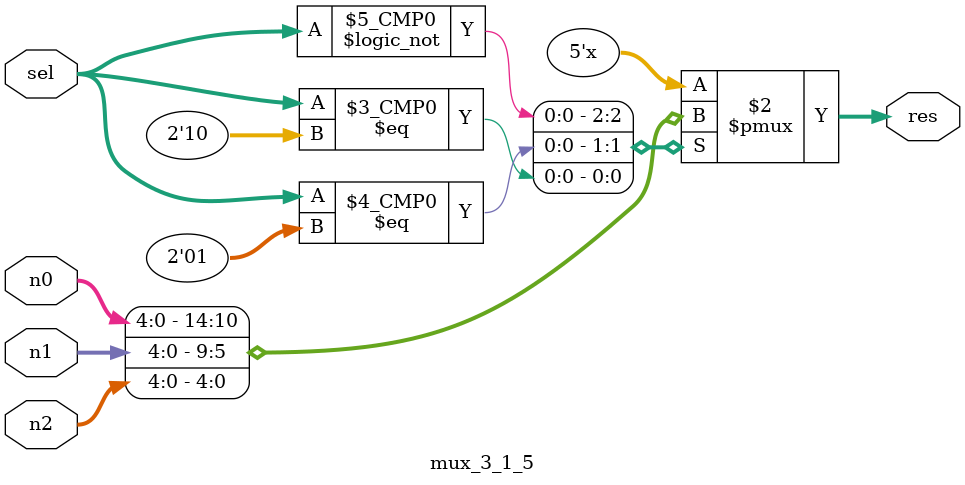
<source format=v>
`timescale 1ns / 1ps
module mux_3_1_5(
		 input  		[4:0] n0,
		 input  		[4:0] n1,
		 input  		[4:0] n2,
		 output reg [4:0] res,
		 input  		[1:0] sel
   );

	always @(n0 or n1 or n2 or sel) begin
		case (sel)
			0: res <= n0;
			1: res <= n1;
			2: res <= n2;
		endcase
	end

endmodule

</source>
